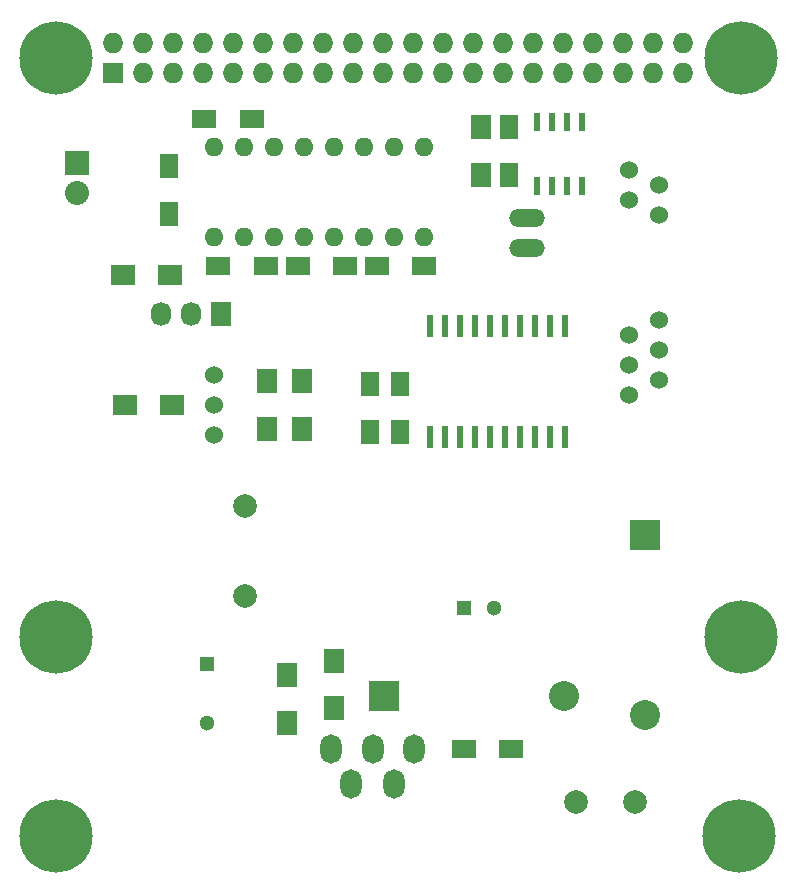
<source format=gts>
G04 #@! TF.FileFunction,Soldermask,Top*
%FSLAX46Y46*%
G04 Gerber Fmt 4.6, Leading zero omitted, Abs format (unit mm)*
G04 Created by KiCad (PCBNEW 4.0.2+dfsg1-2~bpo8+1-stable) date Mon 31 Oct 2016 00:56:32 GMT*
%MOMM*%
G01*
G04 APERTURE LIST*
%ADD10C,0.100000*%
%ADD11C,6.200000*%
%ADD12C,1.524000*%
%ADD13O,1.600000X1.600000*%
%ADD14R,1.600000X2.000000*%
%ADD15R,0.600000X1.950000*%
%ADD16R,1.300000X1.300000*%
%ADD17C,1.300000*%
%ADD18O,1.800860X2.499360*%
%ADD19R,2.000000X1.600000*%
%ADD20C,2.540000*%
%ADD21R,2.540000X2.540000*%
%ADD22O,3.014980X1.506220*%
%ADD23C,1.998980*%
%ADD24R,2.032000X2.032000*%
%ADD25O,2.032000X2.032000*%
%ADD26R,1.727200X2.032000*%
%ADD27O,1.727200X2.032000*%
%ADD28R,2.000000X1.700000*%
%ADD29R,1.700000X2.000000*%
%ADD30R,0.600000X1.550000*%
%ADD31R,1.727200X1.727200*%
%ADD32O,1.727200X1.727200*%
%ADD33C,2.000000*%
G04 APERTURE END LIST*
D10*
D11*
X179500000Y-124500000D03*
X121610000Y-124500000D03*
D12*
X172740000Y-69370000D03*
X172740000Y-71910000D03*
X170200000Y-70640000D03*
X170200000Y-68100000D03*
D13*
X135000000Y-73800000D03*
X137540000Y-73800000D03*
X140080000Y-73800000D03*
X142620000Y-73800000D03*
X145160000Y-73800000D03*
X147700000Y-73800000D03*
X150240000Y-73800000D03*
X152780000Y-73800000D03*
X152780000Y-66180000D03*
X150240000Y-66180000D03*
X147700000Y-66180000D03*
X145160000Y-66180000D03*
X142620000Y-66180000D03*
X140080000Y-66180000D03*
X137540000Y-66180000D03*
X135000000Y-66180000D03*
D14*
X150750000Y-90250000D03*
X150750000Y-86250000D03*
D15*
X153285000Y-90700000D03*
X154555000Y-90700000D03*
X155825000Y-90700000D03*
X157095000Y-90700000D03*
X158365000Y-90700000D03*
X159635000Y-90700000D03*
X160905000Y-90700000D03*
X162175000Y-90700000D03*
X163445000Y-90700000D03*
X164715000Y-90700000D03*
X164715000Y-81300000D03*
X163445000Y-81300000D03*
X162175000Y-81300000D03*
X160905000Y-81300000D03*
X159635000Y-81300000D03*
X158365000Y-81300000D03*
X157095000Y-81300000D03*
X155825000Y-81300000D03*
X154555000Y-81300000D03*
X153285000Y-81300000D03*
D14*
X160000000Y-68500000D03*
X160000000Y-64500000D03*
D16*
X134450000Y-109900000D03*
D17*
X134450000Y-114900000D03*
X158700000Y-105150000D03*
D16*
X156200000Y-105150000D03*
D18*
X148450000Y-117100160D03*
X151950120Y-117100160D03*
X144949880Y-117100160D03*
X146649140Y-120099900D03*
X150250860Y-120099900D03*
D11*
X179610000Y-107610000D03*
X179610000Y-58610000D03*
X121610000Y-107620000D03*
X121610000Y-58610000D03*
D19*
X135400000Y-76200000D03*
X139400000Y-76200000D03*
X142100000Y-76200000D03*
X146100000Y-76200000D03*
X138200000Y-63800000D03*
X134200000Y-63800000D03*
D14*
X131200000Y-67800000D03*
X131200000Y-71800000D03*
D19*
X152800000Y-76200000D03*
X148800000Y-76200000D03*
D14*
X148250000Y-90250000D03*
X148250000Y-86250000D03*
D20*
X171502960Y-114241220D03*
D21*
X171502960Y-99001220D03*
D20*
X164691220Y-112647040D03*
D21*
X149451220Y-112647040D03*
D22*
X161500000Y-74670000D03*
X161500000Y-72130000D03*
D23*
X137655000Y-96555000D03*
X137655000Y-104175000D03*
D24*
X123400000Y-67500000D03*
D25*
X123400000Y-70040000D03*
D26*
X135636000Y-80264000D03*
D27*
X133096000Y-80264000D03*
X130556000Y-80264000D03*
D12*
X135000000Y-88040000D03*
X135000000Y-90580000D03*
X135000000Y-85500000D03*
D28*
X127286000Y-76962000D03*
X131286000Y-76962000D03*
D29*
X157600000Y-64500000D03*
X157600000Y-68500000D03*
X139500000Y-86000000D03*
X139500000Y-90000000D03*
X142500000Y-90000000D03*
X142500000Y-86000000D03*
D28*
X127500000Y-88000000D03*
X131500000Y-88000000D03*
D29*
X145200000Y-113650000D03*
X145200000Y-109650000D03*
X141200000Y-110900000D03*
X141200000Y-114900000D03*
D30*
X162345000Y-69450000D03*
X163615000Y-69450000D03*
X164885000Y-69450000D03*
X166155000Y-69450000D03*
X166155000Y-64050000D03*
X164885000Y-64050000D03*
X163615000Y-64050000D03*
X162345000Y-64050000D03*
D31*
X126470000Y-59870000D03*
D32*
X126470000Y-57330000D03*
X129010000Y-59870000D03*
X129010000Y-57330000D03*
X131550000Y-59870000D03*
X131550000Y-57330000D03*
X134090000Y-59870000D03*
X134090000Y-57330000D03*
X136630000Y-59870000D03*
X136630000Y-57330000D03*
X139170000Y-59870000D03*
X139170000Y-57330000D03*
X141710000Y-59870000D03*
X141710000Y-57330000D03*
X144250000Y-59870000D03*
X144250000Y-57330000D03*
X146790000Y-59870000D03*
X146790000Y-57330000D03*
X149330000Y-59870000D03*
X149330000Y-57330000D03*
X151870000Y-59870000D03*
X151870000Y-57330000D03*
X154410000Y-59870000D03*
X154410000Y-57330000D03*
X156950000Y-59870000D03*
X156950000Y-57330000D03*
X159490000Y-59870000D03*
X159490000Y-57330000D03*
X162030000Y-59870000D03*
X162030000Y-57330000D03*
X164570000Y-59870000D03*
X164570000Y-57330000D03*
X167110000Y-59870000D03*
X167110000Y-57330000D03*
X169650000Y-59870000D03*
X169650000Y-57330000D03*
X172190000Y-59870000D03*
X172190000Y-57330000D03*
X174730000Y-59870000D03*
X174730000Y-57330000D03*
D19*
X156200000Y-117150000D03*
X160200000Y-117150000D03*
D12*
X170200000Y-84640000D03*
X170200000Y-82100000D03*
X170200000Y-87180000D03*
X172740000Y-80830000D03*
X172740000Y-83370000D03*
X172740000Y-85910000D03*
D33*
X165700000Y-121600000D03*
X170700000Y-121600000D03*
M02*

</source>
